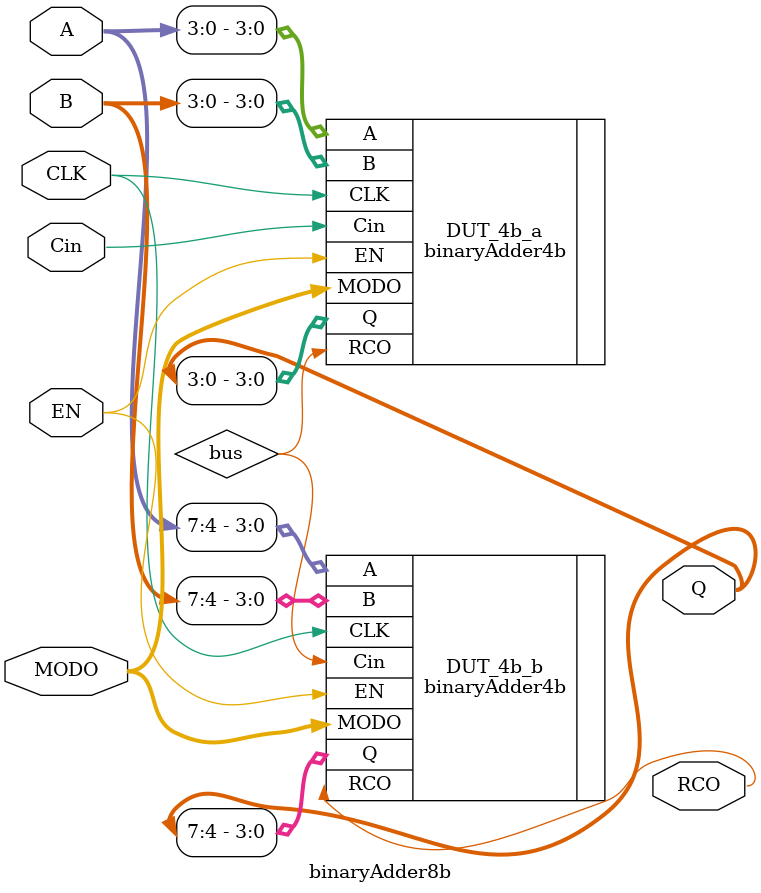
<source format=v>
module binaryAdder8b (
    
    Q,
    RCO,
    CLK,
    EN,
    MODO,
    A,
    B,
    Cin
);

output [7:0] Q;
output RCO;

input CLK, EN;
input [1:0] MODO;
input [7:0] A;
input [7:0] B;
input Cin;

wire bus;

// instancia del modulo de 4 bits

binaryAdder4b DUT_4b_a(
    .CLK    (CLK),
    .EN     (EN),
    .MODO   (MODO),
    .A      (A[3:0]),
    .B      (B[3:0]),
    .Q      (Q[3:0]),
    .RCO    (bus),
    .Cin    (Cin)
);

binaryAdder4b DUT_4b_b(
    .CLK    (CLK),
    .EN     (EN),
    .MODO   (MODO),
    .A      (A[7:4]),
    .B      (B[7:4]),
    .Q      (Q[7:4]),
    .RCO    (RCO),
    .Cin    (bus)
);
  
endmodule
</source>
